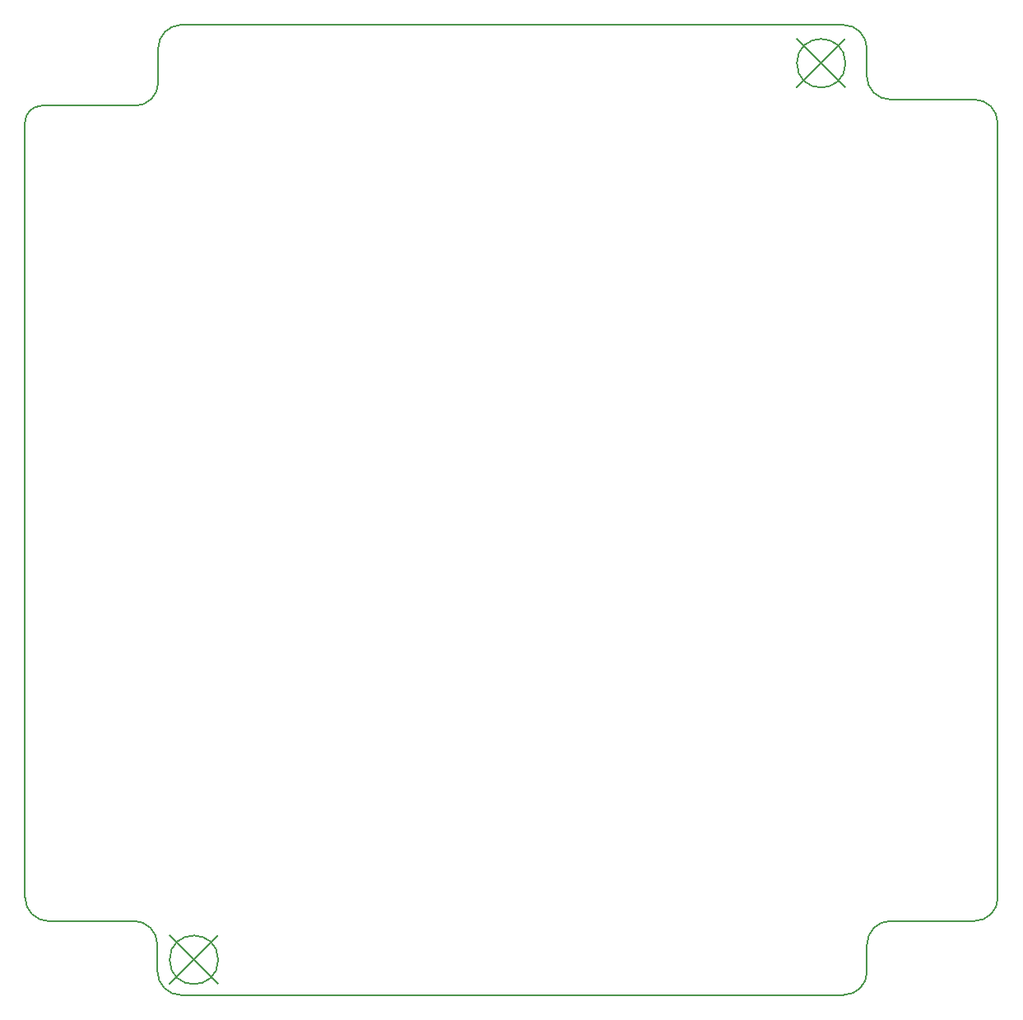
<source format=gm1>
G04 #@! TF.FileFunction,Profile,NP*
%FSLAX46Y46*%
G04 Gerber Fmt 4.6, Leading zero omitted, Abs format (unit mm)*
G04 Created by KiCad (PCBNEW 4.0.2-stable) date 27.04.2016 23:24:33*
%MOMM*%
G01*
G04 APERTURE LIST*
%ADD10C,0.100000*%
%ADD11C,0.150000*%
G04 APERTURE END LIST*
D10*
D11*
X104570000Y-132408000D02*
X113342962Y-132397200D01*
X115770000Y-137608000D02*
X115744562Y-134798800D01*
X188754070Y-137600458D02*
X188754070Y-134800458D01*
X199805670Y-132398858D02*
X191155670Y-132398858D01*
X188728708Y-42655658D02*
X188728708Y-45505658D01*
X199780308Y-47907258D02*
X191130308Y-47907258D01*
X115838962Y-46154000D02*
X115838962Y-42639073D01*
X103820000Y-48558000D02*
X113437362Y-48555600D01*
X115744562Y-134798800D02*
G75*
G03X113342962Y-132397200I-2401600J0D01*
G01*
X102141460Y-129995600D02*
G75*
G03X104570000Y-132408000I2412454J0D01*
G01*
X115761380Y-137608037D02*
G75*
G03X118170000Y-140008000I2410198J10256D01*
G01*
X191155670Y-132398858D02*
G75*
G03X188754070Y-134800458I0J-2401600D01*
G01*
X199805670Y-132398858D02*
G75*
G03X202207270Y-129997258I0J2401600D01*
G01*
X186352470Y-140002058D02*
G75*
G03X188754070Y-137600458I0J2401600D01*
G01*
X188728708Y-45505658D02*
G75*
G03X191130308Y-47907258I2401600J0D01*
G01*
X202193270Y-50307258D02*
G75*
G03X199780308Y-47907258I-2400035J0D01*
G01*
X188728708Y-42655658D02*
G75*
G03X186327151Y-40239649I-2401557J14409D01*
G01*
X113437362Y-48555600D02*
G75*
G03X115838962Y-46154000I0J2401600D01*
G01*
X103820000Y-48558000D02*
G75*
G03X102141456Y-50248527I17919J-1696378D01*
G01*
X118138351Y-40239649D02*
G75*
G03X115838962Y-42639073I102211J-2399424D01*
G01*
X102141362Y-50239600D02*
X102141362Y-129995600D01*
X202207270Y-129997258D02*
X202193270Y-50307258D01*
X118170000Y-140008000D02*
X186352470Y-140002058D01*
X118138351Y-40239649D02*
X186327151Y-40239649D01*
X186534634Y-44181192D02*
G75*
G03X186534634Y-44181192I-2500000J0D01*
G01*
X181534634Y-41681192D02*
X186534634Y-46681192D01*
X181534634Y-46681192D02*
X186534634Y-41681192D01*
X122006698Y-136389556D02*
G75*
G03X122006698Y-136389556I-2500000J0D01*
G01*
X117006698Y-133889556D02*
X122006698Y-138889556D01*
X117006698Y-138889556D02*
X122006698Y-133889556D01*
M02*

</source>
